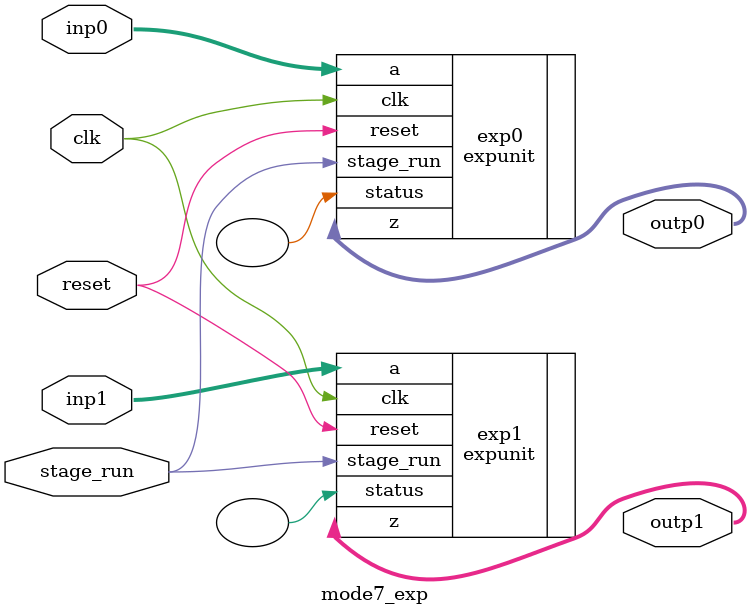
<source format=v>

`ifndef DEFINES_DONE
`define DEFINES_DONE
`define EXPONENT 5
`define MANTISSA 10
`define SIGN 1
`define DATAWIDTH (`SIGN+`EXPONENT+`MANTISSA)
`define IEEE_COMPLIANCE 1
`define NUM 2
`define ADDRSIZE 16
`endif



`timescale 1ns / 1ps

//fixed adder adds unsigned fixed numbers. Overflow flag is high in case of overflow
module softmax(
  inp,      //data in from memory to max block
  sub0_inp, //data inputs from memory to first-stage subtractors
  sub1_inp, //data inputs from memory to second-stage subtractors

  start_addr,   //the first address that contains input data in the on-chip memory
  end_addr,     //max address containing required data

  addr,          //address corresponding to data inp
  sub0_inp_addr, //address corresponding to sub0_inp
  sub1_inp_addr, //address corresponding to sub1_inp

  outp0,
  outp1,

  clk,
  reset,
  init,   //the signal indicating to latch the new start address
  done,   //done signal asserts when the softmax calculation is over
  start); //start signal for the overall softmax operation

  input clk;
  input reset;
  input start;
  input init;

  input  [`DATAWIDTH*`NUM-1:0] inp;
  input  [`DATAWIDTH*`NUM-1:0] sub0_inp;
  input  [`DATAWIDTH*`NUM-1:0] sub1_inp;
  input  [`ADDRSIZE-1:0]       end_addr;
  input  [`ADDRSIZE-1:0]       start_addr;

  output [`ADDRSIZE-1 :0] addr;
  output [`ADDRSIZE-1 :0] sub0_inp_addr;
  output [`ADDRSIZE-1 :0] sub1_inp_addr;

  output [`DATAWIDTH-1:0] outp0;
  output [`DATAWIDTH-1:0] outp1;
  output done;

  reg [`DATAWIDTH*`NUM-1:0] inp_reg;
  reg [`ADDRSIZE-1:0] addr;
  reg [`DATAWIDTH*`NUM-1:0] sub0_inp_reg;
  reg [`DATAWIDTH*`NUM-1:0] sub1_inp_reg;
  reg [`ADDRSIZE-1:0] sub0_inp_addr;
  reg [`ADDRSIZE-1:0] sub1_inp_addr;

  ////-----------control signals--------------////
  reg mode1_start;
  reg mode1_run;
  reg mode2_start;
  reg mode2_run;

  reg mode3_stage_run;
  reg mode7_stage_run;

  reg mode3_run;

  wire mode1_stage0_run;
  assign mode1_stage0_run = mode1_run;

  reg mode4_stage1_run_a;
  reg mode3_run_a;
  reg mode4_stage0_run;
  reg mode4_stage1_run;

  reg mode5_run;
  reg mode6_run;
  reg mode7_run;
  reg presub_start;
  reg presub_run;
  reg done;

  always @(posedge clk)begin
    mode4_stage1_run_a <= mode4_stage1_run;
    mode3_run_a <= mode3_run;
  end

  always @(posedge clk)
  begin
    if(reset) begin
      inp_reg <= 0;
      addr <= 0;
      sub0_inp_addr <= 0;
      sub1_inp_addr <= 0;
      sub0_inp_reg <= 0;
      sub1_inp_reg <= 0;
      mode1_start <= 0;
      mode1_run <= 0;

      mode3_stage_run <= 0;
      mode7_stage_run <= 0;
      mode2_start <= 0;
      mode2_run <= 0;
      mode3_run <= 0;
      mode4_stage0_run <= 0;
      mode4_stage1_run <= 0;
      mode5_run <= 0;
      mode6_run <= 0;
      mode7_run <= 0;
      presub_start <= 0;
      presub_run <= 0;
      done <= 0;
    end

    //init latch the input address
    if(init) begin
      addr <= start_addr;
    end

    //start the mode1 max calculation
    if(start)begin
      mode1_start <= 1;
    end

    //logic when to finish mode1 and trigger mode2 to latch the mode2 address
    if(~reset && mode1_start && addr < end_addr) begin
      addr <= addr + 1;
      inp_reg <= inp;
      mode1_run <= 1;
      if(addr == end_addr - 1) begin
        mode2_start <= 1;
        sub0_inp_addr <= start_addr;
      end
    end else if(addr == end_addr)begin
      addr <= 0;
      mode1_run <= 0;
      mode1_start <= 0;
    end else begin
      mode1_run <= 0;
    end


    //logic when to finish mode2
    if(~reset && mode2_start && sub0_inp_addr < end_addr)begin
      sub0_inp_addr <= sub0_inp_addr + 1;
      sub0_inp_reg <= sub0_inp;
      mode2_run <= 1;
    end else if(sub0_inp_addr == end_addr)begin
      sub0_inp_addr <= 0;
      sub0_inp_reg <= 0;
      mode2_run <= 0;
      mode2_start <= 0;
    end

    //logic when to trigger mode3
    if(mode2_run == 1) begin
      mode3_stage_run <= 1;
    end else begin
      mode3_stage_run <= 0;
    end

    if(mode3_stage_run == 1) begin
      mode3_run <= 1;
    end else begin
      mode3_run <= 0;
    end

    //logic when to trigger mode4 last stage adderTree, since the final results of adderTree
    //is always ready 1 cycle after mode3 finishes, so there is no need on extra
    //logic to control the adderTree outputs
    if (mode3_run == 1) begin
      mode4_stage1_run <= 1;
    end else begin
      mode4_stage1_run <= 0;
    end
    if (mode4_stage1_run == 1) begin
      mode4_stage0_run <= 1;
    end else begin
      mode4_stage0_run <= 0;
    end


    //mode5 should be triggered right at the falling edge of mode4_stage1_run
    if(mode4_stage1_run_a & ~mode4_stage1_run) begin
      mode5_run <= 1;
    end else if(mode4_stage1_run == 0) begin
      mode5_run <= 0;
    end

    if (mode3_run_a & ~mode3_run) begin
      presub_start <= 1;
      sub1_inp_addr <= start_addr;
      sub1_inp_reg <= sub1_inp;
    end

    if(~reset && presub_start && sub1_inp_addr < end_addr)begin
      sub1_inp_addr <= sub1_inp_addr + 1;
      sub1_inp_reg <= sub1_inp;
      presub_run <= 1;
    end else if(sub1_inp_addr == end_addr) begin
      presub_run <= 0;
      presub_start <= 0;
      sub1_inp_addr <= 0;
      sub1_inp_reg <= 0;
    end

    if(presub_run) begin
      mode6_run <= 1;
    end else begin
      mode6_run <= 0;
    end

    if(mode6_run == 1) begin
      mode7_stage_run <= 1;
    end else begin
      mode7_stage_run <= 0;
    end

    if(mode7_stage_run == 1) begin
      mode7_run <= 1;
    end else begin
      mode7_run <= 0;
    end

    if(mode7_run) begin
      done <= 1;
    end else begin
      done <= 0;
    end

  end

  ////------mode1 max block---------///////
  wire [`DATAWIDTH-1:0] max_outp;

  mode1_max_tree mode1_max(
      .inp0(inp_reg[`DATAWIDTH*1-1:`DATAWIDTH*0]),
      .inp1(inp_reg[`DATAWIDTH*2-1:`DATAWIDTH*1]),
      .mode1_stage0_run(mode1_stage0_run),
      .clk(clk),
      .reset(reset),
      .outp(max_outp));

  ////------mode2 subtraction---------///////
  wire [`DATAWIDTH-1:0] mode2_outp_sub0;
  wire [`DATAWIDTH-1:0] mode2_outp_sub1;
  mode2_sub mode2_sub(
      .a_inp0(sub0_inp_reg[`DATAWIDTH*1-1:`DATAWIDTH*0]),
      .a_inp1(sub0_inp_reg[`DATAWIDTH*2-1:`DATAWIDTH*1]),
      .outp0(mode2_outp_sub0),
      .outp1(mode2_outp_sub1),
      .b_inp(max_outp));

  reg [`DATAWIDTH-1:0] mode2_outp_sub0_reg;
  reg [`DATAWIDTH-1:0] mode2_outp_sub1_reg;
  always @(posedge clk) begin
    if (reset) begin
      mode2_outp_sub0_reg <= 0;
      mode2_outp_sub1_reg <= 0;
    end else if (mode2_run) begin
      mode2_outp_sub0_reg <= mode2_outp_sub0;
      mode2_outp_sub1_reg <= mode2_outp_sub1;
    end
  end

  ////------mode3 exponential---------///////
  wire [`DATAWIDTH-1:0] mode3_outp_exp0;
  wire [`DATAWIDTH-1:0] mode3_outp_exp1;
  mode3_exp mode3_exp(
      .inp0(mode2_outp_sub0_reg),
      .inp1(mode2_outp_sub1_reg),

      .clk(clk),
      .reset(reset),
      .stage_run(mode3_stage_run),

      .outp0(mode3_outp_exp0),
      .outp1(mode3_outp_exp1)
  );

  reg [`DATAWIDTH-1:0] mode3_outp_exp0_reg;
  reg [`DATAWIDTH-1:0] mode3_outp_exp1_reg;
  always @(posedge clk) begin
    if (reset) begin
      mode3_outp_exp0_reg <= 0;
      mode3_outp_exp1_reg <= 0;
    end else if (mode3_run) begin
      mode3_outp_exp0_reg <= mode3_outp_exp0;
      mode3_outp_exp1_reg <= mode3_outp_exp1;
    end
  end

  //////------mode4 pipelined adder tree---------///////
  wire [`DATAWIDTH-1:0] mode4_adder_tree_outp;
  mode4_adder_tree mode4_adder_tree(
    .inp0(mode3_outp_exp0_reg),
    .inp1(mode3_outp_exp1_reg),
    .mode4_stage1_run(mode4_stage1_run),
    .mode4_stage0_run(mode4_stage0_run),

    .clk(clk),
    .reset(reset),
    .outp(mode4_adder_tree_outp)
  );


  //////------mode5 log---------///////
  wire [`DATAWIDTH-1:0] mode5_outp_log;
  reg  [`DATAWIDTH-1:0] mode5_outp_log_reg;
  mode5_ln mode5_ln(.inp(mode4_adder_tree_outp), .outp(mode5_outp_log));

  always @(posedge clk) begin
    if(reset) begin
      mode5_outp_log_reg <= 0;
    end else if(mode5_run) begin
      mode5_outp_log_reg <= mode5_outp_log;
    end
  end

  //////------mode6 pre-sub---------///////
  wire [`DATAWIDTH-1:0] mode6_outp_presub0;
  wire [`DATAWIDTH-1:0] mode6_outp_presub1;
  reg [`DATAWIDTH-1:0] mode6_outp_presub0_reg;
  reg [`DATAWIDTH-1:0] mode6_outp_presub1_reg;

  mode6_sub pre_sub(
      .a_inp0(sub1_inp_reg[`DATAWIDTH*1-1:`DATAWIDTH*0]),
      .a_inp1(sub1_inp_reg[`DATAWIDTH*2-1:`DATAWIDTH*1]),
      .b_inp(max_outp),
      .outp0(mode6_outp_presub0),
      .outp1(mode6_outp_presub1)
  );
  always @(posedge clk) begin
    if (reset) begin
      mode6_outp_presub0_reg <= 0;
      mode6_outp_presub1_reg <= 0;
    end else if (presub_run) begin
      mode6_outp_presub0_reg <= mode6_outp_presub0;
      mode6_outp_presub1_reg <= mode6_outp_presub1;
    end
  end

  //////------mode6 logsub ---------///////
  wire [`DATAWIDTH-1:0] mode6_outp_logsub0;
  wire [`DATAWIDTH-1:0] mode6_outp_logsub1;
  reg [`DATAWIDTH-1:0] mode6_outp_logsub0_reg;
  reg [`DATAWIDTH-1:0] mode6_outp_logsub1_reg;

  mode6_sub log_sub(
      .a_inp0(mode6_outp_presub0_reg),
      .a_inp1(mode6_outp_presub1_reg),
      .b_inp(mode5_outp_log_reg),
      .outp0(mode6_outp_logsub0),
      .outp1(mode6_outp_logsub1)
  );
  always @(posedge clk) begin
    if (reset) begin
      mode6_outp_logsub0_reg <= 0;
      mode6_outp_logsub1_reg <= 0;
    end else if (mode6_run) begin
      mode6_outp_logsub0_reg <= mode6_outp_logsub0;
      mode6_outp_logsub1_reg <= mode6_outp_logsub1;
    end
  end

  //////------mode7 exp---------///////
  wire [`DATAWIDTH-1:0] outp0_temp;
  wire [`DATAWIDTH-1:0] outp1_temp;
  reg [`DATAWIDTH-1:0] outp0;
  reg [`DATAWIDTH-1:0] outp1;

  mode7_exp mode7_exp(
      .inp0(mode6_outp_logsub0_reg),
      .inp1(mode6_outp_logsub1_reg),

      .clk(clk),
      .reset(reset),
      .stage_run(mode7_stage_run),

      .outp0(outp0_temp),
      .outp1(outp1_temp)
  );
  always @(posedge clk) begin
    if (reset) begin
      outp0 <= 0;
      outp1 <= 0;
    end else if (mode7_run) begin
      outp0 <= outp0_temp;
      outp1 <= outp1_temp;
    end
  end

endmodule


module mode1_max_tree(
  inp0, 
  inp1, 

  outp,

  mode1_stage0_run,
  clk,
  reset
);
  input clk;
  input reset;
  input mode1_stage0_run;

  input  [`DATAWIDTH-1 : 0] inp0; 
  input  [`DATAWIDTH-1 : 0] inp1; 

  output [`DATAWIDTH-1 : 0] outp;
  reg    [`DATAWIDTH-1 : 0] outp;

  wire   [`DATAWIDTH-1 : 0] cmp0_out_stage1;
  wire   [`DATAWIDTH-1 : 0] cmp0_out_stage0;

  always @(posedge clk) begin
    if (reset) begin
      outp <= 0;
    end

    if(~reset && mode1_stage0_run) begin
      outp <= cmp0_out_stage0;
    end

  end

DW_fp_cmp #(`MANTISSA, `EXPONENT, `IEEE_COMPLIANCE) cmp0_stage1(.a(inp0),       .b(inp1),      .z1(cmp0_out_stage1), .zctr(1'b0), .aeqb(), .altb(), .agtb(), .unordered(), .z0(), .status0(), .status1());

DW_fp_cmp #(`MANTISSA, `EXPONENT, `IEEE_COMPLIANCE) cmp0_stage0(.a(outp),       .b(cmp0_out_stage1),      .z1(cmp0_out_stage0), .zctr(1'b0), .aeqb(), .altb(), .agtb(), .unordered(), .z0(), .status0(), .status1());

endmodule


module mode2_sub(
  a_inp0,
  a_inp1,
  b_inp,
  outp0,
  outp1
);

  input  [`DATAWIDTH-1 : 0] a_inp0;
  input  [`DATAWIDTH-1 : 0] a_inp1;
  input  [`DATAWIDTH-1 : 0] b_inp;
  output  [`DATAWIDTH-1 : 0] outp0;
  output  [`DATAWIDTH-1 : 0] outp1;
  DW_fp_sub #(`MANTISSA, `EXPONENT, `IEEE_COMPLIANCE) sub0(.a(a_inp0), .b(b_inp), .z(outp0), .rnd(3'b000), .status());
  DW_fp_sub #(`MANTISSA, `EXPONENT, `IEEE_COMPLIANCE) sub1(.a(a_inp1), .b(b_inp), .z(outp1), .rnd(3'b000), .status());
endmodule


module mode3_exp(
  inp0, 
  inp1, 

  clk,
  reset,
  stage_run,

  outp0, 
  outp1
);

  input  [`DATAWIDTH-1 : 0] inp0;
  input  [`DATAWIDTH-1 : 0] inp1;

  input  clk;
  input  reset;
  input  stage_run;

  output  [`DATAWIDTH-1 : 0] outp0;
  output  [`DATAWIDTH-1 : 0] outp1;
  expunit exp0(.a(inp0), .z(outp0), .status(), .stage_run(stage_run), .clk(clk), .reset(reset));
  expunit exp1(.a(inp1), .z(outp1), .status(), .stage_run(stage_run), .clk(clk), .reset(reset));
endmodule


module mode4_adder_tree(
  inp0, 
  inp1, 
  mode4_stage0_run,
  mode4_stage1_run,

  clk,
  reset,
  outp
);

  input clk;
  input reset;
  input  [`DATAWIDTH-1 : 0] inp0; 
  input  [`DATAWIDTH-1 : 0] inp1; 
  output [`DATAWIDTH-1 : 0] outp;
  input mode4_stage0_run;
  input mode4_stage1_run;

  wire   [`DATAWIDTH-1 : 0] add0_out_stage1;
  reg    [`DATAWIDTH-1 : 0] add0_out_stage1_reg;

  wire   [`DATAWIDTH-1 : 0] add0_out_stage0;
  reg    [`DATAWIDTH-1 : 0] outp;

  always @(posedge clk) begin
    if (reset) begin
      outp <= 0;
      add0_out_stage1_reg <= 0;
    end

    if(~reset && mode4_stage1_run) begin
      add0_out_stage1_reg <= add0_out_stage1;
    end

    if(~reset && mode4_stage0_run) begin
      outp <= add0_out_stage0;
    end

  end
  DW_fp_add #(`MANTISSA, `EXPONENT, `IEEE_COMPLIANCE) add0_stage1(.a(inp0),       .b(inp1),      .z(add0_out_stage1), .rnd(3'b000),    .status());

  DW_fp_add #(`MANTISSA, `EXPONENT, `IEEE_COMPLIANCE) add0_stage0(.a(outp),       .b(add0_out_stage1_reg),      .z(add0_out_stage0), .rnd(3'b000),    .status());

endmodule


module mode5_ln(
inp,
outp
);
  input  [`DATAWIDTH-1 : 0] inp;
  output [`DATAWIDTH-1 : 0] outp;
  logunit ln(.a(inp), .z(outp), .status());
endmodule


module mode6_sub(
  a_inp0,
  a_inp1,
  b_inp,
  outp0,
  outp1
);

  input  [`DATAWIDTH-1 : 0] a_inp0;
  input  [`DATAWIDTH-1 : 0] a_inp1;
  input  [`DATAWIDTH-1 : 0] b_inp;
  output  [`DATAWIDTH-1 : 0] outp0;
  output  [`DATAWIDTH-1 : 0] outp1;
  DW_fp_sub #(`MANTISSA, `EXPONENT, `IEEE_COMPLIANCE) sub0(.a(a_inp0), .b(b_inp), .z(outp0), .rnd(3'b000), .status());
  DW_fp_sub #(`MANTISSA, `EXPONENT, `IEEE_COMPLIANCE) sub1(.a(a_inp1), .b(b_inp), .z(outp1), .rnd(3'b000), .status());
endmodule


module mode7_exp(
  inp0, 
  inp1, 

  clk,
  reset,
  stage_run,

  outp0, 
  outp1
);

  input  [`DATAWIDTH-1 : 0] inp0;
  input  [`DATAWIDTH-1 : 0] inp1;

  input  clk;
  input  reset;
  input  stage_run;

  output  [`DATAWIDTH-1 : 0] outp0;
  output  [`DATAWIDTH-1 : 0] outp1;
  expunit exp0(.a(inp0), .z(outp0), .status(), .stage_run(stage_run), .clk(clk), .reset(reset));
  expunit exp1(.a(inp1), .z(outp1), .status(), .stage_run(stage_run), .clk(clk), .reset(reset));
endmodule


</source>
